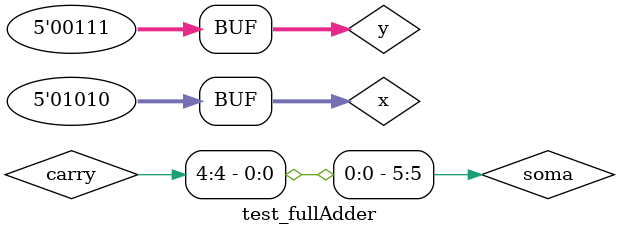
<source format=v>

module halfAdder (
    output s1,   // Carry
    output s0,   // Soma
    input a,     // Primeiro bit
    input b      // Segundo bit
);
// Descrever por portas lógicas
xor XOR1 (s0, a, b);
and AND1 (s1, a, b);
endmodule // halfAdder

// full adder
module fullAdder (
    output s1,      // Carry out
    output s0,      // Soma
    input a,        // Bit do operando A
    input b,        // Bit do operando B
    input carryIn   // Carry in (vai-um)
);
// Descrever usando portas e/ou módulos
wire s_half, carry_half1, carry_half2;

// Usar dois half-adders para o full adder
halfAdder HA1 (carry_half1, s_half, a, b);
halfAdder HA2 (carry_half2, s0, s_half, carryIn);

// Carry final é a soma dos carries intermediários
or OR1 (s1, carry_half1, carry_half2);
endmodule // fullAdder

module test_fullAdder;

reg [4:0] x;        // Operando A de 5 bits
reg [4:0] y;        // Operando B de 5 bits
wire [4:0] carry;   // Vai-um intermediário
wire [5:0] soma;    // Resultado da soma (5 bits + 1 carry)

// Instanciar 5 full adders para os 5 bits
fullAdder FA0 (carry[0], soma[0], x[0], y[0], 1'b0);
fullAdder FA1 (carry[1], soma[1], x[1], y[1], carry[0]);
fullAdder FA2 (carry[2], soma[2], x[2], y[2], carry[1]);
fullAdder FA3 (carry[3], soma[3], x[3], y[3], carry[2]);
fullAdder FA4 (carry[4], soma[4], x[4], y[4], carry[3]);

// O bit final da soma considera o carry final
assign soma[5] = carry[4];

// Parte principal
initial begin
    // Projetar teste do somador completo
    $monitor("x = %b, y = %b, soma = %b, carry = %b", x, y, soma[4:0], carry);

    // Exemplo de teste com 5 bits
    x = 5'b01010;  // Exemplo: 10
    y = 5'b00111;  // Exemplo: 7
    #1;            // Aguarda 1 unidade de tempo
end

endmodule

</source>
